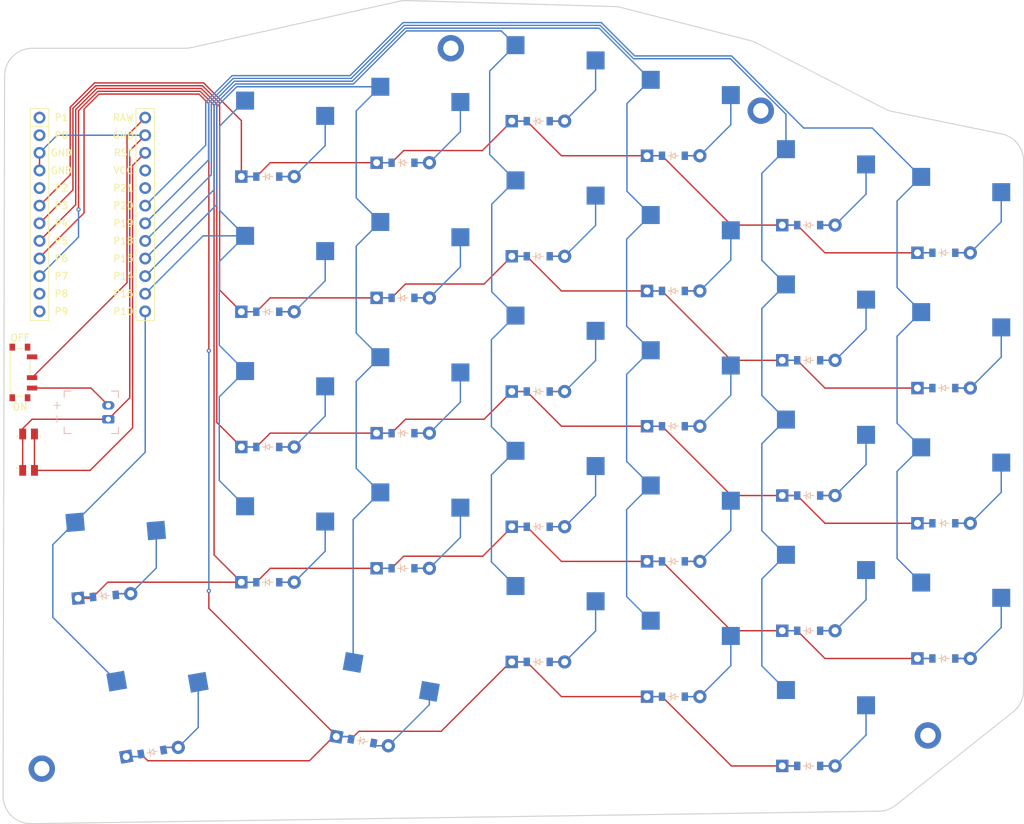
<source format=kicad_pcb>
(kicad_pcb (version 20241229) (generator "pcbnew") (generator_version "9.0")
  (title_block (title "right") (date "2025-06-02") (rev "v1.0.0") (company "Unknown"))
  (layers (0 "F.Cu" signal) (2 "B.Cu" signal) (13 "F.Paste" user) (15 "B.Paste" user) (5 "F.SilkS" user "F.Silkscreen") (7 "B.SilkS" user "B.Silkscreen") (1 "F.Mask" user) (3 "B.Mask" user) (25 "Edge.Cuts" user))
  (net 0 "")
  (net 1 "P20")
  (net 2 "mirror_outer_row0")
  (net 3 "mirror_outer_row1")
  (net 4 "mirror_outer_row2")
  (net 5 "mirror_outer_row3")
  (net 6 "P19")
  (net 7 "mirror_pinky_arrow")
  (net 8 "mirror_pinky_row0")
  (net 9 "mirror_pinky_row1")
  (net 10 "mirror_pinky_row2")
  (net 11 "mirror_pinky_row3")
  (net 12 "P18")
  (net 13 "mirror_ring_arrow")
  (net 14 "mirror_ring_row0")
  (net 15 "mirror_ring_row1")
  (net 16 "mirror_ring_row2")
  (net 17 "mirror_ring_row3")
  (net 18 "P15")
  (net 19 "mirror_middle_arrow")
  (net 20 "mirror_middle_row0")
  (net 21 "mirror_middle_row1")
  (net 22 "mirror_middle_row2")
  (net 23 "mirror_middle_row3")
  (net 24 "P14")
  (net 25 "mirror_index_row0")
  (net 26 "mirror_index_row1")
  (net 27 "mirror_index_row2")
  (net 28 "mirror_index_row3")
  (net 29 "P16")
  (net 30 "mirror_inner_row0")
  (net 31 "mirror_inner_row1")
  (net 32 "mirror_inner_row2")
  (net 33 "mirror_inner_row3")
  (net 34 "mirror_near_thumbs")
  (net 35 "P10")
  (net 36 "mirror_long_thumbs")
  (net 37 "mirror_one_bracket")
  (net 38 "P7")
  (net 39 "P5")
  (net 40 "P4")
  (net 41 "P3")
  (net 42 "P6")
  (net 43 "RAW")
  (net 44 "GND")
  (net 45 "RST")
  (net 46 "VCC")
  (net 47 "P21")
  (net 48 "P1")
  (net 49 "P0")
  (net 50 "P2")
  (net 51 "P8")
  (net 52 "P9")
  (net 53 "BAT_P")
  (footprint "ComboDiode" (layer "F.Cu") (at 325.5 181.5)
    (property "Reference" "D6" (hide yes))
    (property "Value" "" (hide yes))
  )
  (footprint "PG1350" (layer "F.Cu") (at 306 108)
    (property "Reference" "S14" (hide yes))
    (property "Value" "" (hide yes))
  )
  (footprint "PG1350" (layer "F.Cu") (at 286.5 181)
    (property "Reference" "S15" (hide yes))
    (property "Value" "" (hide yes))
  )
  (footprint "ComboDiode" (layer "F.Cu") (at 345 146.5)
    (property "Reference" "D3" (hide yes))
    (property "Value" "" (hide yes))
  )
  (footprint "PG1350" (layer "F.Cu") (at 306 166.5)
    (property "Reference" "S11" (hide yes))
    (property "Value" "" (hide yes))
  )
  (footprint "ComboDiode" (layer "F.Cu") (at 286.5 108)
    (property "Reference" "D19" (hide yes))
    (property "Value" "" (hide yes))
  )
  (footprint "PG1350" (layer "F.Cu") (at 306 127.5)
    (property "Reference" "S13" (hide yes))
    (property "Value" "" (hide yes))
  )
  (footprint "PG1350" (layer "F.Cu") (at 306 147)
    (property "Reference" "S12" (hide yes))
    (property "Value" "" (hide yes))
  )
  (footprint "ceoloide:reset_switch_smd_side" (layer "F.Cu") (at 213 155.75 90)
    (property "Reference" "RST1" (hide yes))
    (property "Value" "")
  )
  (footprint "PG1350" (layer "F.Cu") (at 267 109)
    (property "Reference" "S23" (hide yes))
    (property "Value" "" (hide yes))
  )
  (footprint "ceoloide:mounting_hole_plated" (layer "F.Cu") (at 342.7 196.6)
    (property "Reference" "H1" (hide yes))
    (property "Value" "")
  )
  (footprint "ComboDiode" (layer "F.Cu") (at 286.5 147)
    (property "Reference" "D17" (hide yes))
    (property "Value" "" (hide yes))
  )
  (footprint "PG1350" (layer "F.Cu") (at 286.5 161.5)
    (property "Reference" "S16" (hide yes))
    (property "Value" "" (hide yes))
  )
  (footprint "PG1350" (layer "F.Cu") (at 223.5 171.5 5)
    (property "Reference" "S30" (hide yes))
    (property "Value" "" (hide yes))
  )
  (footprint "PG1350" (layer "F.Cu") (at 306 186)
    (property "Reference" "S10" (hide yes))
    (property "Value" "" (hide yes))
  )
  (footprint "ceoloide:power_switch_smd_side" (layer "F.Cu") (at 211.775 144.25 180)
    (property "Reference" "PWR1" (hide yes))
    (property "Value" "")
  )
  (footprint "ComboDiode" (layer "F.Cu") (at 286.5 186)
    (property "Reference" "D15" (hide yes))
    (property "Value" "" (hide yes))
  )
  (footprint "PG1350" (layer "F.Cu") (at 345 122)
    (property "Reference" "S4" (hide yes))
    (property "Value" "" (hide yes))
  )
  (footprint "PG1350" (layer "F.Cu") (at 267 148)
    (property "Reference" "S21" (hide yes))
    (property "Value" "" (hide yes))
  )
  (footprint "ComboDiode" (layer "F.Cu") (at 325.5 201)
    (property "Reference" "D5" (hide yes))
    (property "Value" "" (hide yes))
  )
  (footprint "PG1350" (layer "F.Cu") (at 247.5 169.5)
    (property "Reference" "S24" (hide yes))
    (property "Value" "" (hide yes))
  )
  (footprint "PG1350" (layer "F.Cu") (at 286.5 103)
    (property "Reference" "S19" (hide yes))
    (property "Value" "" (hide yes))
  )
  (footprint "ceoloide:mounting_hole_plated" (layer "F.Cu") (at 273.9 97.5)
    (property "Reference" "H4" (hide yes))
    (property "Value" "")
  )
  (footprint "ComboDiode" (layer "F.Cu") (at 223.935779 176.480974 5)
    (property "Reference" "D30" (hide yes))
    (property "Value" "" (hide yes))
  )
  (footprint "PG1350" (layer "F.Cu") (at 345 161)
    (property "Reference" "S2" (hide yes))
    (property "Value" "" (hide yes))
  )
  (footprint "PG1350" (layer "F.Cu") (at 267 128.5)
    (property "Reference" "S22" (hide yes))
    (property "Value" "" (hide yes))
  )
  (footprint "PG1350" (layer "F.Cu") (at 229.967612 194.062834 10)
    (property "Reference" "S29" (hide yes))
    (property "Value" "" (hide yes))
  )
  (footprint "PG1350" (layer "F.Cu") (at 247.5 130.5)
    (property "Reference" "S26" (hide yes))
    (property "Value" "" (hide yes))
  )
  (footprint "PG1350" (layer "F.Cu") (at 345 141.5)
    (property "Reference" "S3" (hide yes))
    (property "Value" "" (hide yes))
  )
  (footprint "PG1350" (layer "F.Cu") (at 286.5 142)
    (property "Reference" "S17" (hide yes))
    (property "Value" "" (hide yes))
  )
  (footprint "ComboDiode" (layer "F.Cu") (at 325.5 142.5)
    (property "Reference" "D8" (hide yes))
    (property "Value" "" (hide yes))
  )
  (footprint "PG1350" (layer "F.Cu") (at 325.5 176.5)
    (property "Reference" "S6" (hide yes))
    (property "Value" "" (hide yes))
  )
  (footprint "ComboDiode" (layer "F.Cu") (at 306 171.5)
    (property "Reference" "D11" (hide yes))
    (property "Value" "" (hide yes))
  )
  (footprint "PG1350" (layer "F.Cu") (at 262 192.5 -10)
    (property "Reference" "S28" (hide yes))
    (property "Value" "" (hide yes))
  )
  (footprint "ComboDiode" (layer "F.Cu") (at 267 133.5)
    (property "Reference" "D22" (hide yes))
    (property "Value" "" (hide yes))
  )
  (footprint "ceoloide:mcu_nice_nano" (layer "F.Cu") (at 222.2 120.2)
    (property "Reference" "MCU1" (hide yes))
    (property "Value" "")
  )
  (footprint "ComboDiode" (layer "F.Cu") (at 325.5 123)
    (property "Reference" "D9" (hide yes))
    (property "Value" "" (hide yes))
  )
  (footprint "ComboDiode" (layer "F.Cu") (at 345 166)
    (property "Reference" "D2" (hide yes))
    (property "Value" "" (hide yes))
  )
  (footprint "ComboDiode" (layer "F.Cu") (at 230.835853 198.986872 10)
    (property "Reference" "D29" (hide yes))
    (property "Value" "" (hide yes))
  )
  (footprint "ceoloide:mounting_hole_plated" (layer "F.Cu") (at 214.910988 201.388685 10)
    (property "Reference" "H3" (hide yes))
    (property "Value" "")
  )
  (footprint "ComboDiode" (layer "F.Cu") (at 345 185.5)
    (property "Reference" "D1" (hide yes))
    (property "Value" "" (hide yes))
  )
  (footprint "ComboDiode" (layer "F.Cu") (at 261.131759 197.424039 -10)
    (property "Reference" "D28" (hide yes))
    (property "Value" "" (hide yes))
  )
  (footprint "ComboDiode" (layer "F.Cu") (at 267 153)
    (property "Reference" "D21" (hide yes))
    (property "Value" "" (hide yes))
  )
  (footprint "ComboDiode" (layer "F.Cu") (at 247.5 155)
    (property "Reference" "D25" (hide yes))
    (property "Value" "" (hide yes))
  )
  (footprint "PG1350" (layer "F.Cu") (at 325.5 157)
    (property "Reference" "S7" (hide yes))
    (property "Value" "" (hide yes))
  )
  (footprint "ComboDiode" (layer "F.Cu") (at 267 114)
    (property "Reference" "D23" (hide yes))
    (property "Value" "" (hide yes))
  )
  (footprint "PG1350" (layer "F.Cu") (at 286.5 122.5)
    (property "Reference" "S18" (hide yes))
    (property "Value" "" (hide yes))
  )
  (footprint "PG1350" (layer "F.Cu") (at 325.5 137.5)
    (property "Reference" "S8" (hide yes))
    (property "Value" "" (hide yes))
  )
  (footprint "PG1350" (layer "F.Cu") (at 247.5 150)
    (property "Reference" "S25" (hide yes))
    (property "Value" "" (hide yes))
  )
  (footprint "ComboDiode" (layer "F.Cu") (at 325.5 162)
    (property "Reference" "D7" (hide yes))
    (property "Value" "" (hide yes))
  )
  (footprint "PG1350" (layer "F.Cu") (at 325.5 118)
    (property "Reference" "S9" (hide yes))
    (property "Value" "" (hide yes))
  )
  (footprint "PG1350" (layer "F.Cu") (at 247.5 111)
    (property "Reference" "S27" (hide yes))
    (property "Value" "" (hide yes))
  )
  (footprint "ComboDiode" (layer "F.Cu") (at 247.5 116)
    (property "Reference" "D27" (hide yes))
    (property "Value" "" (hide yes))
  )
  (footprint "ceoloide:mounting_hole_plated" (layer "F.Cu") (at 318.6 106.5)
    (property "Reference" "H2" (hide yes))
    (property "Value" "")
  )
  (footprint "PG1350" (layer "F.Cu") (at 325.5 196)
    (property "Reference" "S5" (hide yes))
    (property "Value" "" (hide yes))
  )
  (footprint "ComboDiode" (layer "F.Cu") (at 286.5 127.5)
    (property "Reference" "D18" (hide yes))
    (property "Value" "" (hide yes))
  )
  (footprint "ComboDiode" (layer "F.Cu") (at 247.5 174.5)
    (property "Reference" "D24" (hide yes))
    (property "Value" "" (hide yes))
  )
  (footprint "ComboDiode" (layer "F.Cu") (at 247.5 135.5)
    (property "Reference" "D26" (hide yes))
    (property "Value" "" (hide yes))
  )
  (footprint "ComboDiode" (layer "F.Cu") (at 306 191)
    (property "Reference" "D10" (hide yes))
    (property "Value" "" (hide yes))
  )
  (footprint "ComboDiode" (layer "F.Cu") (at 306 132.5)
    (property "Reference" "D13" (hide yes))
    (property "Value" "" (hide yes))
  )
  (footprint "ComboDiode" (layer "F.Cu") (at 345 127)
    (property "Reference" "D4" (hide yes))
    (property "Value" "" (hide yes))
  )
  (footprint "ComboDiode" (layer "F.Cu") (at 306 113)
    (property "Reference" "D14" (hide yes))
    (property "Value" "" (hide yes))
  )
  (footprint "PG1350" (layer "F.Cu") (at 345 180.5)
    (property "Reference" "S1" (hide yes))
    (property "Value" "" (hide yes))
  )
  (footprint "ComboDiode" (layer "F.Cu") (at 306 152)
    (property "Reference" "D12" (hide yes))
    (property "Value" "" (hide yes))
  )
  (footprint "ComboDiode" (layer "F.Cu") (at 286.5 166.5)
    (property "Reference" "D16" (hide yes))
    (property "Value" "" (hide yes))
  )
  (footprint "PG1350" (layer "F.Cu") (at 267 167.5)
    (property "Reference" "S20" (hide yes))
    (property "Value" "" (hide yes))
  )
  (footprint "ComboDiode" (layer "F.Cu") (at 267 172.5)
    (property "Reference" "D20" (hide yes))
    (property "Value" "" (hide yes))
  )
  (footprint "ceoloide:battery_connector_jst_ph_2" (layer "B.Cu") (at 224.5 150 -90)
    (property "Reference" "JST1" (hide yes))
    (property "Value" "")
  )
  (gr_line (start 317.066474 96.388839) (end 298.43182 91.610723) (stroke (width 0.15)) (layer "Edge.Cuts"))
  (gr_line (start 235.56022 97.5) (end 213.541571 97.5) (stroke (width 0.15)) (layer "Edge.Cuts"))
  (gr_line (start 356.5 190.069777) (end 356.5 113.762775) (stroke (width 0.15)) (layer "Edge.Cuts"))
  (gr_line (start 266.513283 90.708334) (end 236.429275 97.404452) (stroke (width 0.15)) (layer "Edge.Cuts"))
  (gr_line (start 213.381511 209.322077) (end 335.637044 207.520089) (stroke (width 0.15)) (layer "Edge.Cuts"))
  (gr_line (start 297.554398 91.487063) (end 267.498418 90.61447) (stroke (width 0.15)) (layer "Edge.Cuts"))
  (gr_arc (start 353.303776 109.844364) (mid 355.599615 111.234444) (end 356.5 113.762775) (stroke (width 0.15)) (layer "Edge.Cuts"))
  (gr_line (start 209.54158 101.491562) (end 209.322569 205.314074) (stroke (width 0.15)) (layer "Edge.Cuts"))
  (gr_arc (start 266.513283 90.708334) (mid 267.002937 90.630823) (end 267.498418 90.61447) (stroke (width 0.15)) (layer "Edge.Cuts"))
  (gr_arc (start 213.381511 209.322077) (mid 210.512071 208.168728) (end 209.322569 205.314074) (stroke (width 0.15)) (layer "Edge.Cuts"))
  (gr_arc (start 356.5 190.069777) (mid 356.102501 191.808187) (end 354.988976 193.20107) (stroke (width 0.15)) (layer "Edge.Cuts"))
  (gr_arc (start 317.066474 96.388839) (mid 317.491151 96.523338) (end 317.898238 96.704225) (stroke (width 0.15)) (layer "Edge.Cuts"))
  (gr_arc (start 209.54158 101.491562) (mid 210.716127 98.668581) (end 213.541571 97.5) (stroke (width 0.15)) (layer "Edge.Cuts"))
  (gr_arc (start 297.554398 91.487063) (mid 297.996543 91.524524) (end 298.43182 91.610723) (stroke (width 0.15)) (layer "Edge.Cuts"))
  (gr_arc (start 337.535276 106.6098) (mid 337.012321 106.464956) (end 336.513786 106.250659) (stroke (width 0.15)) (layer "Edge.Cuts"))
  (gr_arc (start 236.429275 97.404452) (mid 235.997366 97.476044) (end 235.56022 97.5) (stroke (width 0.15)) (layer "Edge.Cuts"))
  (gr_line (start 336.513786 106.250659) (end 317.898238 96.704225) (stroke (width 0.15)) (layer "Edge.Cuts"))
  (gr_line (start 353.303776 109.844364) (end 337.535276 106.6098) (stroke (width 0.15)) (layer "Edge.Cuts"))
  (gr_line (start 338.067069 206.651817) (end 354.988976 193.20107) (stroke (width 0.15)) (layer "Edge.Cuts"))
  (gr_arc (start 338.067069 206.651817) (mid 336.923996 207.287286) (end 335.637044 207.520089) (stroke (width 0.15)) (layer "Edge.Cuts"))
  (segment (start 242.3527 101.446) (end 238.547 105.2517) (width 0.2) (layer "B.Cu") (net 1))
  (segment (start 267.0017 93.797) (end 259.3527 101.446) (width 0.2) (layer "B.Cu") (net 1))
  (segment (start 341.725 135.475) (end 341.725 135.55) (width 0.2) (layer "B.Cu") (net 1))
  (segment (start 300.41215 98.60295) (end 295.6062 93.797) (width 0.2) (layer "B.Cu") (net 1))
  (segment (start 238.547 111.473) (end 229.82 120.2) (width 0.2) (layer "B.Cu") (net 1))
  (segment (start 341.725 155.05) (end 338.25 158.525) (width 0.2) (layer "B.Cu") (net 1))
  (segment (start 338.25 139.025) (end 338.25 151.575) (width 0.2) (layer "B.Cu") (net 1))
  (segment (start 338.25 132) (end 341.725 135.475) (width 0.2) (layer "B.Cu") (net 1))
  (segment (start 314.382735 98.60295) (end 300.41215 98.60295) (width 0.2) (layer "B.Cu") (net 1))
  (segment (start 238.547 105.2517) (end 238.547 111.473) (width 0.2) (layer "B.Cu") (net 1))
  (segment (start 341.725 135.55) (end 338.25 139.025) (width 0.2) (layer "B.Cu") (net 1))
  (segment (start 259.3527 101.446) (end 242.3527 101.446) (width 0.2) (layer "B.Cu") (net 1))
  (segment (start 341.725 116.05) (end 338.25 119.525) (width 0.2) (layer "B.Cu") (net 1))
  (segment (start 341.725 116.05) (end 334.675 109) (width 0.2) (layer "B.Cu") (net 1))
  (segment (start 334.675 109) (end 324.779785 109) (width 0.2) (layer "B.Cu") (net 1))
  (segment (start 338.25 119.525) (end 338.25 132) (width 0.2) (layer "B.Cu") (net 1))
  (segment (start 338.25 158.525) (end 338.25 171.075) (width 0.2) (layer "B.Cu") (net 1))
  (segment (start 338.25 171.075) (end 341.725 174.55) (width 0.2) (layer "B.Cu") (net 1))
  (segment (start 295.6062 93.797) (end 267.0017 93.797) (width 0.2) (layer "B.Cu") (net 1))
  (segment (start 324.779785 109) (end 314.382735 98.60295) (width 0.2) (layer "B.Cu") (net 1))
  (segment (start 338.25 151.575) (end 341.725 155.05) (width 0.2) (layer "B.Cu") (net 1))
  (segment (start 348.81 185.5) (end 346.65 185.5) (width 0.2) (layer "F.Cu") (net 2))
  (segment (start 348.81 185.5) (end 346.65 185.5) (width 0.2) (layer "B.Cu") (net 2))
  (segment (start 353.275 181.035) (end 348.81 185.5) (width 0.2) (layer "B.Cu") (net 2))
  (segment (start 353.275 176.75) (end 353.275 181.035) (width 0.2) (layer "B.Cu") (net 2))
  (segment (start 348.81 166) (end 346.65 166) (width 0.2) (layer "F.Cu") (net 3))
  (segment (start 353.275 157.25) (end 353.275 161.535) (width 0.2) (layer "B.Cu") (net 3))
  (segment (start 353.275 161.535) (end 348.81 166) (width 0.2) (layer "B.Cu") (net 3))
  (segment (start 348.81 166) (end 346.65 166) (width 0.2) (layer "B.Cu") (net 3))
  (segment (start 348.81 146.5) (end 346.65 146.5) (width 0.2) (layer "F.Cu") (net 4))
  (segment (start 353.275 137.75) (end 353.275 142.035) (width 0.2) (layer "B.Cu") (net 4))
  (segment (start 353.275 142.035) (end 348.81 146.5) (width 0.2) (layer "B.Cu") (net 4))
  (segment (start 348.81 146.5) (end 346.65 146.5) (width 0.2) (layer "B.Cu") (net 4))
  (segment (start 346.65 127) (end 348.81 127) (width 0.2) (layer "F.Cu") (net 5))
  (segment (start 348.81 127) (end 346.65 127) (width 0.2) (layer "B.Cu") (net 5))
  (segment (start 353.275 118.25) (end 353.275 122.535) (width 0.2) (layer "B.Cu") (net 5))
  (segment (start 353.275 122.535) (end 348.81 127) (width 0.2) (layer "B.Cu") (net 5))
  (segment (start 318.75 174.025) (end 318.75 186.575) (width 0.2) (layer "B.Cu") (net 6))
  (segment (start 322.225 170.55) (end 318.75 174.025) (width 0.2) (layer "B.Cu") (net 6))
  (segment (start 322.225 112.05) (end 318.75 115.525) (width 0.2) (layer "B.Cu") (net 6))
  (segment (start 314.216635 99.00395) (end 300.24605 99.00395) (width 0.2) (layer "B.Cu") (net 6))
  (segment (start 259.5188 101.847) (end 242.5188 101.847) (width 0.2) (layer "B.Cu") (net 6))
  (segment (start 322.225 107.012315) (end 314.216635 99.00395) (width 0.2) (layer "B.Cu") (net 6))
  (segment (start 318.75 154.525) (end 318.75 167.075) (width 0.2) (layer "B.Cu") (net 6))
  (segment (start 318.75 167.075) (end 322.225 170.55) (width 0.2) (layer "B.Cu") (net 6))
  (segment (start 322.225 151.05) (end 318.75 154.525) (width 0.2) (layer "B.Cu") (net 6))
  (segment (start 238.948 113.612) (end 229.82 122.74) (width 0.2) (layer "B.Cu") (net 6))
  (segment (start 318.75 128.075) (end 322.225 131.55) (width 0.2) (layer "B.Cu") (net 6))
  (segment (start 322.225 131.55) (end 318.75 135.025) (width 0.2) (layer "B.Cu") (net 6))
  (segment (start 295.4401 94.198) (end 267.1678 94.198) (width 0.2) (layer "B.Cu") (net 6))
  (segment (start 318.75 186.575) (end 322.225 190.05) (width 0.2) (layer "B.Cu") (net 6))
  (segment (start 300.24605 99.00395) (end 295.4401 94.198) (width 0.2) (layer "B.Cu") (net 6))
  (segment (start 318.75 135.025) (end 318.75 147.575) (width 0.2) (layer "B.Cu") (net 6))
  (segment (start 318.75 115.525) (end 318.75 128.075) (width 0.2) (layer "B.Cu") (net 6))
  (segment (start 267.1678 94.198) (end 259.5188 101.847) (width 0.2) (layer "B.Cu") (net 6))
  (segment (start 322.225 112.05) (end 322.225 107.012315) (width 0.2) (layer "B.Cu") (net 6))
  (segment (start 318.75 147.575) (end 322.225 151.05) (width 0.2) (layer "B.Cu") (net 6))
  (segment (start 238.948 105.4178) (end 238.948 113.612) (width 0.2) (layer "B.Cu") (net 6))
  (segment (start 242.5188 101.847) (end 238.948 105.4178) (width 0.2) (layer "B.Cu") (net 6))
  (segment (start 329.31 201) (end 327.15 201) (width 0.2) (layer "F.Cu") (net 7))
  (segment (start 333.775 192.25) (end 333.775 196.535) (width 0.2) (layer "B.Cu") (net 7))
  (segment (start 329.31 201) (end 327.15 201) (width 0.2) (layer "B.Cu") (net 7))
  (segment (start 333.775 196.535) (end 329.31 201) (width 0.2) (layer "B.Cu") (net 7))
  (segment (start 329.31 181.5) (end 327.15 181.5) (width 0.2) (layer "F.Cu") (net 8))
  (segment (start 333.775 172.75) (end 333.775 177.035) (width 0.2) (layer "B.Cu") (net 8))
  (segment (start 333.775 177.035) (end 329.31 181.5) (width 0.2) (layer "B.Cu") (net 8))
  (segment (start 329.31 181.5) (end 327.15 181.5) (width 0.2) (layer "B.Cu") (net 8))
  (segment (start 329.31 162) (end 327.15 162) (width 0.2) (layer "F.Cu") (net 9))
  (segment (start 333.775 153.25) (end 333.775 157.535) (width 0.2) (layer "B.Cu") (net 9))
  (segment (start 329.31 162) (end 327.15 162) (width 0.2) (layer "B.Cu") (net 9))
  (segment (start 333.775 157.535) (end 329.31 162) (width 0.2) (layer "B.Cu") (net 9))
  (segment (start 329.31 142.5) (end 327.15 142.5) (width 0.2) (layer "F.Cu") (net 10))
  (segment (start 333.775 133.75) (end 333.775 138.035) (width 0.2) (layer "B.Cu") (net 10))
  (segment (start 329.31 142.5) (end 327.15 142.5) (width 0.2) (layer "B.Cu") (net 10))
  (segment (start 333.775 138.035) (end 329.31 142.5) (width 0.2) (layer "B.Cu") (net 10))
  (segment (start 327.15 123) (end 329.31 123) (width 0.2) (layer "F.Cu") (net 11))
  (segment (start 333.775 114.25) (end 333.775 118.535) (width 0.2) (layer "B.Cu") (net 11))
  (segment (start 333.775 118.535) (end 329.31 123) (width 0.2) (layer "B.Cu") (net 11))
  (segment (start 329.31 123) (end 327.15 123) (width 0.2) (layer "B.Cu") (net 11))
  (segment (start 302.725 160.55) (end 299.25 164.025) (width 0.2) (layer "B.Cu") (net 12))
  (segment (start 299.2981 118.1231) (end 302.725 121.55) (width 0.2) (layer "B.Cu") (net 12))
  (segment (start 299.25 125.025) (end 299.25 137.575) (width 0.2) (layer "B.Cu") (net 12))
  (segment (start 239.349 105.5839) (end 239.349 115.751) (width 0.2) (layer "B.Cu") (net 12))
  (segment (start 299.25 176.575) (end 302.725 180.05) (width 0.2) (layer "B.Cu") (net 12))
  (segment (start 259.6849 102.248) (end 242.6849 102.248) (width 0.2) (layer "B.Cu") (net 12))
  (segment (start 239.349 115.751) (end 229.82 125.28) (width 0.2) (layer "B.Cu") (net 12))
  (segment (start 302.725 141.05) (end 299.25 144.525) (width 0.2) (layer "B.Cu") (net 12))
  (segment (start 295.274 94.599) (end 267.3339 94.599) (width 0.2) (layer "B.Cu") (net 12))
  (segment (start 299.25 157.075) (end 302.725 160.55) (width 0.2) (layer "B.Cu") (net 12))
  (segment (start 299.25 144.525) (end 299.25 157.075) (width 0.2) (layer "B.Cu") (net 12))
  (segment (start 299.25 164.025) (end 299.25 176.575) (width 0.2) (layer "B.Cu") (net 12))
  (segment (start 299.2981 105.4769) (end 299.2981 118.1231) (width 0.2) (layer "B.Cu") (net 12))
  (segment (start 302.725 102.05) (end 299.2981 105.4769) (width 0.2) (layer "B.Cu") (net 12))
  (segment (start 299.25 137.575) (end 302.725 141.05) (width 0.2) (layer "B.Cu") (net 12))
  (segment (start 302.725 102.05) (end 295.274 94.599) (width 0.2) (layer "B.Cu") (net 12))
  (segment (start 302.725 121.55) (end 299.25 125.025) (width 0.2) (layer "B.Cu") (net 12))
  (segment (start 267.3339 94.599) (end 259.6849 102.248) (width 0.2) (layer "B.Cu") (net 12))
  (segment (start 242.6849 102.248) (end 239.349 105.5839) (width 0.2) (layer "B.Cu") (net 12))
  (segment (start 309.81 191) (end 307.65 191) (width 0.2) (layer "F.Cu") (net 13))
  (segment (start 314.275 186.535) (end 309.81 191) (width 0.2) (layer "B.Cu") (net 13))
  (segment (start 314.275 182.25) (end 314.275 186.535) (width 0.2) (layer "B.Cu") (net 13))
  (segment (start 309.81 191) (end 307.65 191) (width 0.2) (layer "B.Cu") (net 13))
  (segment (start 309.81 171.5) (end 307.65 171.5) (width 0.2) (layer "F.Cu") (net 14))
  (segment (start 314.275 162.75) (end 314.275 167.035) (width 0.2) (layer "B.Cu") (net 14))
  (segment (start 309.81 171.5) (end 307.65 171.5) (width 0.2) (layer "B.Cu") (net 14))
  (segment (start 314.275 167.035) (end 309.81 171.5) (width 0.2) (layer "B.Cu") (net 14))
  (segment (start 309.81 152) (end 307.65 152) (width 0.2) (layer "F.Cu") (net 15))
  (segment (start 309.81 152) (end 307.65 152) (width 0.2) (layer "B.Cu") (net 15))
  (segment (start 314.275 147.535) (end 309.81 152) (width 0.2) (layer "B.Cu") (net 15))
  (segment (start 314.275 143.25) (end 314.275 147.535) (width 0.2) (layer "B.Cu") (net 15))
  (segment (start 309.81 132.5) (end 307.65 132.5) (width 0.2) (layer "F.Cu") (net 16))
  (segment (start 314.275 123.75) (end 314.275 128.035) (width 0.2) (layer "B.Cu") (net 16))
  (segment (start 309.81 132.5) (end 307.65 132.5) (width 0.2) (layer "B.Cu") (net 16))
  (segment (start 314.275 128.035) (end 309.81 132.5) (width 0.2) (layer "B.Cu") (net 16))
  (segment (start 307.65 113) (end 309.81 113) (width 0.2) (layer "F.Cu") (net 17))
  (segment (start 314.275 108.535) (end 309.81 113) (width 0.2) (layer "B.Cu") (net 17))
  (segment (start 309.81 113) (end 307.65 113) (width 0.2) (layer "B.Cu") (net 17))
  (segment (start 314.275 104.25) (end 314.275 108.535) (width 0.2) (layer "B.Cu") (net 17))
  (segment (start 239.75 117.89) (end 229.82 127.82) (width 0.2) (layer "B.Cu") (net 18))
  (segment (start 242.851 102.649) (end 239.75 105.75) (width 0.2) (layer "B.Cu") (net 18))
  (segment (start 279.7981 132.6231) (end 283.225 136.05) (width 0.2) (layer "B.Cu") (net 18))
  (segment (start 259.851 102.649) (end 242.851 102.649) (width 0.2) (layer "B.Cu") (net 18))
  (segment (start 279.75 159.025) (end 279.75 171.575) (width 0.2) (layer "B.Cu") (net 18))
  (segment (start 281.175 95) (end 267.5 95) (width 0.2) (layer "B.Cu") (net 18))
  (segment (start 283.225 116.55) (end 279.7981 119.9769) (width 0.2) (layer "B.Cu") (net 18))
  (segment (start 279.5 100.775) (end 279.5 112.825) (width 0.2) (layer "B.Cu") (net 18))
  (segment (start 279.5 112.825) (end 283.225 116.55) (width 0.2) (layer "B.Cu") (net 18))
  (segment (start 279.75 139.525) (end 279.75 152.075) (width 0.2) (layer "B.Cu") (net 18))
  (segment (start 283.225 136.05) (end 279.75 139.525) (width 0.2) (layer "B.Cu") (net 18))
  (segment (start 279.7981 119.9769) (end 279.7981 132.6231) (width 0.2) (layer "B.Cu") (net 18))
  (segment (start 267.5 95) (end 259.851 102.649) (width 0.2) (layer "B.Cu") (net 18))
  (segment (start 283.225 155.55) (end 279.75 159.025) (width 0.2) (layer "B.Cu") (net 18))
  (segment (start 283.225 97.05) (end 279.5 100.775) (width 0.2) (layer "B.Cu") (net 18))
  (segment (start 279.75 171.575) (end 283.225 175.05) (width 0.2) (layer "B.Cu") (net 18))
  (segment (start 283.225 97.05) (end 281.175 95) (width 0.2) (layer "B.Cu") (net 18))
  (segment (start 239.75 105.75) (end 239.75 117.89) (width 0.2) (layer "B.Cu") (net 18))
  (segment (start 279.75 152.075) (end 283.225 155.55) (width 0.2) (layer "B.Cu") (net 18))
  (segment (start 290.31 186) (end 288.15 186) (width 0.2) (layer "F.Cu") (net 19))
  (segment (start 294.775 177.25) (end 294.775 181.535) (width 0.2) (layer "B.Cu") (net 19))
  (segment (start 290.31 186) (end 288.15 186) (width 0.2) (layer "B.Cu") (net 19))
  (segment (start 294.775 181.535) (end 290.31 186) (width 0.2) (layer "B.Cu") (net 19))
  (segment (start 290.31 166.5) (end 288.15 166.5) (width 0.2) (layer "F.Cu") (net 20))
  (segment (start 294.775 162.035) (end 290.31 166.5) (width 0.2) (layer "B.Cu") (net 20))
  (segment (start 290.31 166.5) (end 288.15 166.5) (width 0.2) (layer "B.Cu") (net 20))
  (segment (start 294.775 157.75) (end 294.775 162.035) (width 0.2) (layer "B.Cu") (net 20))
  (segment (start 290.31 147) (end 288.15 147) (width 0.2) (layer "F.Cu") (net 21))
  (segment (start 290.31 147) (end 288.15 147) (width 0.2) (layer "B.Cu") (net 21))
  (segment (start 294.775 142.535) (end 290.31 147) (width 0.2) (layer "B.Cu") (net 21))
  (segment (start 294.775 138.25) (end 294.775 142.535) (width 0.2) (layer "B.Cu") (net 21))
  (segment (start 290.31 127.5) (end 288.15 127.5) (width 0.2) (layer "F.Cu") (net 22))
  (segment (start 290.31 127.5) (end 288.15 127.5) (width 0.2) (layer "B.Cu") (net 22))
  (segment (start 294.775 118.75) (end 294.775 123.035) (width 0.2) (layer "B.Cu") (net 22))
  (segment (start 294.775 123.035) (end 290.31 127.5) (width 0.2) (layer "B.Cu") (net 22))
  (segment (start 288.15 108) (end 290.31 108) (width 0.2) (layer "F.Cu") (net 23))
  (segment (start 294.775 103.535) (end 290.31 108) (width 0.2) (layer "B.Cu") (net 23))
  (segment (start 294.775 99.25) (end 294.775 103.535) (width 0.2) (layer "B.Cu") (net 23))
  (segment (start 290.31 108) (end 288.15 108) (width 0.2) (layer "B.Cu") (net 23))
  (segment (start 260.25 126.025) (end 260.25 138.575) (width 0.2) (layer "B.Cu") (net 24))
  (segment (start 240.151 105.922) (end 240.151 120.029) (width 0.2) (layer "B.Cu") (net 24))
  (segment (start 263.725 122.55) (end 260.25 126.025) (width 0.2) (layer "B.Cu") (net 24))
  (segment (start 260.25 145.525) (end 260.25 158.075) (width 0.2) (layer "B.Cu") (net 24))
  (segment (start 263.725 142.05) (end 260.25 145.525) (width 0.2) (layer "B.Cu") (net 24))
  (segment (start 260.25 106.525) (end 260.25 119.075) (width 0.2) (layer "B.Cu") (net 24))
  (segment (start 259.807961 165.467039) (end 259.807961 186.071696) (width 0.2) (layer "B.Cu") (net 24))
  (segment (start 243.023 103.05) (end 240.151 105.922) (width 0.2) (layer "B.Cu") (net 24))
  (segment (start 263.725 103.05) (end 260.25 106.525) (width 0.2) (layer "B.Cu") (net 24))
  (segment (start 260.25 138.575) (end 263.725 142.05) (width 0.2) (layer "B.Cu") (net 24))
  (segment (start 260.25 158.075) (end 263.725 161.55) (width 0.2) (layer "B.Cu") (net 24))
  (segment (start 240.151 120.029) (end 229.82 130.36) (width 0.2) (layer "B.Cu") (net 24))
  (segment (start 263.725 103.05) (end 243.023 103.05) (width 0.2) (layer "B.Cu") (net 24))
  (segment (start 263.725 161.55) (end 259.807961 165.467039) (width 0.2) (layer "B.Cu") (net 24))
  (segment (start 260.25 119.075) (end 263.725 122.55) (width 0.2) (layer "B.Cu") (net 24))
  (segment (start 270.81 172.5) (end 268.65 172.5) (width 0.2) (layer "F.Cu") (net 25))
  (segment (start 275.275 163.75) (end 275.275 168.035) (width 0.2) (layer "B.Cu") (net 25))
  (segment (start 270.81 172.5) (end 268.65 172.5) (width 0.2) (layer "B.Cu") (net 25))
  (segment (start 275.275 168.035) (end 270.81 172.5) (width 0.2) (layer "B.Cu") (net 25))
  (segment (start 270.81 153) (end 268.65 153) (width 0.2) (layer "F.Cu") (net 26))
  (segment (start 275.275 144.25) (end 275.275 148.535) (width 0.2) (layer "B.Cu") (net 26))
  (segment (start 275.275 148.535) (end 270.81 153) (width 0.2) (layer "B.Cu") (net 26))
  (segment (start 270.81 153) (end 268.65 153) (width 0.2) (layer "B.Cu") (net 26))
  (segment (start 270.81 133.5) (end 268.65 133.5) (width 0.2) (layer "F.Cu") (net 27))
  (segment (start 275.275 124.75) (end 275.275 129.035) (width 0.2) (layer "B.Cu") (net 27))
  (segment (start 275.275 129.035) (end 270.81 133.5) (width 0.2) (layer "B.Cu") (net 27))
  (segment (start 270.81 133.5) (end 268.65 133.5) (width 0.2) (layer "B.Cu") (net 27))
  (segment (start 268.65 114) (end 270.81 114) (width 0.2) (layer "F.Cu") (net 28))
  (segment (start 270.81 114) (end 268.65 114) (width 0.2) (layer "B.Cu") (net 28))
  (segment (start 275.275 105.25) (end 275.275 109.535) (width 0.2) (layer "B.Cu") (net 28))
  (segment (start 275.275 109.535) (end 270.81 114) (width 0.2) (layer "B.Cu") (net 28))
  (segment (start 240.5 159.825) (end 244.225 163.55) (width 0.2) (layer "B.Cu") (net 29))
  (segment (start 244.225 124.55) (end 240.5 128.275) (width 0.2) (layer "B.Cu") (net 29))
  (segment (start 240.5 147.775) (end 240.5 159.825) (width 0.2) (layer "B.Cu") (net 29))
  (segment (start 238.17 124.55) (end 229.82 132.9) (width 0.2) (layer "B.Cu") (net 29))
  (segment (start 240.552 120.877) (end 244.225 124.55) (width 0.2) (layer "B.Cu") (net 29))
  (segment (start 244.225 124.55) (end 238.17 124.55) (width 0.2) (layer "B.Cu") (net 29))
  (segment (start 240.5 128.275) (end 240.5 140.325) (width 0.2) (layer "B.Cu") (net 29))
  (segment (start 240.552 108.723) (end 240.552 120.877) (width 0.2) (layer "B.Cu") (net 29))
  (segment (start 244.225 144.05) (end 240.5 147.775) (width 0.2) (layer "B.Cu") (net 29))
  (segment (start 244.225 105.05) (end 240.552 108.723) (width 0.2) (layer "B.Cu") (net 29))
  (segment (start 240.5 140.325) (end 244.225 144.05) (width 0.2) (layer "B.Cu") (net 29))
  (segment (start 251.31 174.5) (end 249.15 174.5) (width 0.2) (layer "F.Cu") (net 30))
  (segment (start 255.775 170.035) (end 251.31 174.5) (width 0.2) (layer "B.Cu") (net 30))
  (segment (start 255.775 165.75) (end 255.775 170.035) (width 0.2) (layer "B.Cu") (net 30))
  (segment (start 251.31 174.5) (end 249.15 174.5) (width 0.2) (layer "B.Cu") (net 30))
  (segment (start 251.31 155) (end 249.15 155) (width 0.2) (layer "F.Cu") (net 31))
  (segment (start 255.775 150.535) (end 251.31 155) (width 0.2) (layer "B.Cu") (net 31))
  (segment (start 255.775 146.25) (end 255.775 150.535) (width 0.2) (layer "B.Cu") (net 31))
  (segment (start 251.31 155) (end 249.15 155) (width 0.2) (layer "B.Cu") (net 31))
  (segment (start 251.31 135.5) (end 249.15 135.5) (width 0.2) (layer "F.Cu") (net 32))
  (segment (start 251.31 135.5) (end 249.15 135.5) (width 0.2) (layer "B.Cu") (net 32))
  (segment (start 255.775 131.035) (end 251.31 135.5) (width 0.2) (layer "B.Cu") (net 32))
  (segment (start 255.775 126.75) (end 255.775 131.035) (width 0.2) (layer "B.Cu") (net 32))
  (segment (start 249.15 116) (end 251.31 116) (width 0.2) (layer "F.Cu") (net 33))
  (segment (start 255.775 107.25) (end 255.775 111.535) (width 0.2) (layer "B.Cu") (net 33))
  (segment (start 251.31 116) (end 249.15 116) (width 0.2) (layer "B.Cu") (net 33))
  (segment (start 255.775 111.535) (end 251.31 116) (width 0.2) (layer "B.Cu") (net 33))
  (segment (start 263.131773 198.085639) (end 262.756692 197.710558) (width 0.2) (layer "F.Cu") (net 34))
  (segment (start 264.883879 198.085639) (end 263.131773 198.085639) (width 0.2) (layer "F.Cu") (net 34))
  (segment (start 263.131773 198.085639) (end 262.756692 197.710558) (width 0.2) (layer "B.Cu") (net 34))
  (segment (start 270.800465 192.169051) (end 264.883877 198.085639) (width 0.2) (layer "B.Cu") (net 34))
  (segment (start 264.883877 198.085639) (end 263.131773 198.085639) (width 0.2) (layer "B.Cu") (net 34))
  (segment (start 270.800465 190.24391) (end 270.800465 192.169051) (width 0.2) (layer "B.Cu") (net 34))
  (segment (start 216.5 169.076963) (end 216.5 179.562766) (width 0.2) (layer "B.Cu") (net 35))
  (segment (start 216.5 179.562766) (end 225.70916 188.771926) (width 0.2) (layer "B.Cu") (net 35))
  (segment (start 219.718886 165.858077) (end 216.5 169.076963) (width 0.2) (layer "B.Cu") (net 35))
  (segment (start 219.718886 165.858077) (end 229.82 155.756963) (width 0.2) (layer "B.Cu") (net 35))
  (segment (start 229.82 155.756963) (end 229.82 135.44) (width 0.2) (layer "B.Cu") (net 35))
  (segment (start 234.587973 198.325272) (end 232.835867 198.325272) (width 0.2) (layer "F.Cu") (net 36))
  (segment (start 232.835867 198.325272) (end 232.460786 198.700353) (width 0.2) (layer "F.Cu") (net 36))
  (segment (start 234.587971 198.325272) (end 232.835867 198.325272) (width 0.2) (layer "B.Cu") (net 36))
  (segment (start 237.465715 188.932866) (end 237.465715 195.447528) (width 0.2) (layer "B.Cu") (net 36))
  (segment (start 237.465715 195.447528) (end 234.587971 198.325272) (width 0.2) (layer "B.Cu") (net 36))
  (segment (start 232.835867 198.325272) (end 232.460786 198.700353) (width 0.2) (layer "B.Cu") (net 36))
  (segment (start 225.767756 176.148911) (end 225.5795 176.337167) (width 0.2) (layer "F.Cu") (net 37))
  (segment (start 227.731281 176.148911) (end 225.767756 176.148911) (width 0.2) (layer "F.Cu") (net 37))
  (segment (start 231.416677 172.463515) (end 227.731281 176.148911) (width 0.2) (layer "B.Cu") (net 37))
  (segment (start 227.731281 176.148911) (end 225.767756 176.148911) (width 0.2) (layer "B.Cu") (net 37))
  (segment (start 231.416677 167.043056) (end 231.416677 172.463515) (width 0.2) (layer "B.Cu") (net 37))
  (segment (start 278.5 170.75) (end 282.69 166.56) (width 0.2) (layer "F.Cu") (net 38))
  (segment (start 237.7517 103.703) (end 239.75 105.7013) (width 0.2) (layer "F.Cu") (net 38))
  (segment (start 302.19 171.5) (end 304.35 171.5) (width 0.2) (layer "F.Cu") (net 38))
  (segment (start 245.85 174.5) (end 247.85 172.5) (width 0.2) (layer "F.Cu") (net 38))
  (segment (start 220.140277 176.813037) (end 222.103802 176.813037) (width 0.2) (layer "F.Cu") (net 38))
  (segment (start 314.35 181.5) (end 321.69 181.5) (width 0.2) (layer "F.Cu") (net 38))
  (segment (start 220.203 120.75) (end 220.203 106.4983) (width 0.2) (layer "F.Cu") (net 38))
  (segment (start 222.292058 176.624781) (end 224.416839 174.5) (width 0.2) (layer "F.Cu") (net 38))
  (segment (start 239.75 105.7013) (end 239.75 170.56) (width 0.2) (layer "F.Cu") (net 38))
  (segment (start 282.69 166.5) (end 284.85 166.5) (width 0.2) (layer "F.Cu") (net 38))
  (segment (start 282.69 166.56) (end 282.69 166.5) (width 0.2) (layer "F.Cu") (net 38))
  (segment (start 284.85 166.5) (end 289.85 171.5) (width 0.2) (layer "F.Cu") (net 38))
  (segment (start 304.35 171.5) (end 314.35 181.5) (width 0.2) (layer "F.Cu") (net 38))
  (segment (start 222.103802 176.813037) (end 222.292058 176.624781) (width 0.2) (layer "F.Cu") (net 38))
  (segment (start 239.75 170.56) (end 243.69 174.5) (width 0.2) (layer "F.Cu") (net 38))
  (segment (start 222.9983 103.703) (end 237.7517 103.703) (width 0.2) (layer "F.Cu") (net 38))
  (segment (start 321.69 181.5) (end 323.85 181.5) (width 0.2) (layer "F.Cu") (net 38))
  (segment (start 323.85 181.5) (end 327.85 185.5) (width 0.2) (layer "F.Cu") (net 38))
  (segment (start 267.1 170.75) (end 278.5 170.75) (width 0.2) (layer "F.Cu") (net 38))
  (segment (start 243.69 174.5) (end 245.85 174.5) (width 0.2) (layer "F.Cu") (net 38))
  (segment (start 224.416839 174.5) (end 243.69 174.5) (width 0.2) (layer "F.Cu") (net 38))
  (segment (start 289.85 171.5) (end 302.19 171.5) (width 0.2) (layer "F.Cu") (net 38))
  (segment (start 341.19 185.5) (end 343.35 185.5) (width 0.2) (layer "F.Cu") (net 38))
  (segment (start 220.203 106.4983) (end 222.9983 103.703) (width 0.2) (layer "F.Cu") (net 38))
  (segment (start 327.85 185.5) (end 341.19 185.5) (width 0.2) (layer "F.Cu") (net 38))
  (segment (start 247.85 172.5) (end 263.19 172.5) (width 0.2) (layer "F.Cu") (net 38))
  (segment (start 265.35 172.5) (end 263.19 172.5) (width 0.2) (layer "F.Cu") (net 38))
  (segment (start 265.35 172.5) (end 267.1 170.75) (width 0.2) (layer "F.Cu") (net 38))
  (via (at 220.203 120.75) (size 0.6) (drill 0.3) (layers "F.Cu" "B.Cu") (net 38))
  (segment (start 304.35 171.5) (end 302.19 171.5) (width 0.2) (layer "B.Cu") (net 38))
  (segment (start 245.85 174.5) (end 243.69 174.5) (width 0.2) (layer "B.Cu") (net 38))
  (segment (start 222.292058 176.624781) (end 220.328533 176.624781) (width 0.2) (layer "B.Cu") (net 38))
  (segment (start 265.35 172.5) (end 263.19 172.5) (width 0.2) (layer "B.Cu") (net 38))
  (segment (start 220.203 120.75) (end 220.203 124.737) (width 0.2) (layer "B.Cu") (net 38))
  (segment (start 220.328533 176.624781) (end 220.140277 176.813037) (width 0.2) (layer "B.Cu") (net 38))
  (segment (start 343.35 185.5) (end 341.19 185.5) (width 0.2) (layer "B.Cu") (net 38))
  (segment (start 220.203 124.737) (end 214.58 130.36) (width 0.2) (layer "B.Cu") (net 38))
  (segment (start 284.85 166.5) (end 282.69 166.5) (width 0.2) (layer "B.Cu") (net 38))
  (segment (start 323.85 181.5) (end 321.69 181.5) (width 0.2) (layer "B.Cu") (net 38))
  (segment (start 240.151 151.461) (end 240.151 105.5352) (width 0.2) (layer "F.Cu") (net 39))
  (segment (start 219.802 106.3322) (end 219.802 120.058) (width 0.2) (layer "F.Cu") (net 39))
  (segment (start 314.35 162) (end 321.69 162) (width 0.2) (layer "F.Cu") (net 39))
  (segment (start 247.85 153) (end 263.19 153) (width 0.2) (layer "F.Cu") (net 39))
  (segment (start 321.69 162) (end 323.85 162) (width 0.2) (layer "F.Cu") (net 39))
  (segment (start 237.9178 103.302) (end 222.8322 103.302) (width 0.2) (layer "F.Cu") (net 39))
  (segment (start 243.69 155) (end 245.85 155) (width 0.2) (layer "F.Cu") (net 39))
  (segment (start 219.802 120.058) (end 214.58 125.28) (width 0.2) (layer "F.Cu") (net 39))
  (segment (start 341.19 166) (end 343.35 166) (width 0.2) (layer "F.Cu") (net 39))
  (segment (start 222.8322 103.302) (end 219.802 106.3322) (width 0.2) (layer "F.Cu") (net 39))
  (segment (start 284.85 147) (end 289.85 152) (width 0.2) (layer "F.Cu") (net 39))
  (segment (start 323.85 162) (end 327.85 166) (width 0.2) (layer "F.Cu") (net 39))
  (segment (start 240.151 105.5352) (end 237.9178 103.302) (width 0.2) (layer "F.Cu") (net 39))
  (segment (start 265.35 153) (end 267.35 151) (width 0.2) (layer "F.Cu") (net 39))
  (segment (start 302.19 152) (end 304.35 152) (width 0.2) (layer "F.Cu") (net 39))
  (segment (start 282.69 147) (end 284.85 147) (width 0.2) (layer "F.Cu") (net 39))
  (segment (start 263.19 153) (end 265.35 153) (width 0.2) (layer "F.Cu") (net 39))
  (segment (start 245.85 155) (end 247.85 153) (width 0.2) (layer "F.Cu") (net 39))
  (segment (start 267.35 151) (end 278.69 151) (width 0.2) (layer "F.Cu") (net 39))
  (segment (start 304.35 152) (end 314.35 162) (width 0.2) (layer "F.Cu") (net 39))
  (segment (start 327.85 166) (end 341.19 166) (width 0.2) (layer "F.Cu") (net 39))
  (segment (start 289.85 152) (end 302.19 152) (width 0.2) (layer "F.Cu") (net 39))
  (segment (start 243.69 155) (end 240.151 151.461) (width 0.2) (layer "F.Cu") (net 39))
  (segment (start 278.69 151) (end 282.69 147) (width 0.2) (layer "F.Cu") (net 39))
  (segment (start 341.19 166) (end 343.35 166) (width 0.2) (layer "B.Cu") (net 39))
  (segment (start 265.35 153) (end 263.19 153) (width 0.2) (layer "B.Cu") (net 39))
  (segment (start 282.69 147) (end 284.85 147) (width 0.2) (layer "B.Cu") (net 39))
  (segment (start 321.69 162) (end 323.85 162) (width 0.2) (layer "B.Cu") (net 39))
  (segment (start 245.85 155) (end 243.69 155) (width 0.2) (layer "B.Cu") (net 39))
  (segment (start 302.19 152) (end 304.35 152) (width 0.2) (layer "B.Cu") (net 39))
  (segment (start 240.552 132.362) (end 240.552 105.3691) (width 0.2) (layer "F.Cu") (net 40))
  (segment (start 245.85 135.5) (end 243.69 135.5) (width 0.2) (layer "F.Cu") (net 40))
  (segment (start 314.35 142.5) (end 321.69 142.5) (width 0.2) (layer "F.Cu") (net 40))
  (segment (start 219.401 117.919) (end 214.58 122.74) (width 0.2) (layer "F.Cu") (net 40))
  (segment (start 267.35 131.5) (end 265.35 133.5) (width 0.2) (layer "F.Cu") (net 40))
  (segment (start 289.85 132.5) (end 302.19 132.5) (width 0.2) (layer "F.Cu") (net 40))
  (segment (start 327.85 146.5) (end 341.19 146.5) (width 0.2) (layer "F.Cu") (net 40))
  (segment (start 243.69 135.5) (end 240.552 132.362) (width 0.2) (layer "F.Cu") (net 40))
  (segment (start 284.85 127.5) (end 289.85 132.5) (width 0.2) (layer "F.Cu") (net 40))
  (segment (start 238.0839 102.901) (end 222.6661 102.901) (width 0.2) (layer "F.Cu") (net 40))
  (segment (start 302.19 132.5) (end 304.35 132.5) (width 0.2) (layer "F.Cu") (net 40))
  (segment (start 323.85 142.5) (end 327.85 146.5) (width 0.2) (layer "F.Cu") (net 40))
  (segment (start 247.85 133.5) (end 245.85 135.5) (width 0.2) (layer "F.Cu") (net 40))
  (segment (start 219.401 106.1661) (end 219.401 117.919) (width 0.2) (layer "F.Cu") (net 40))
  (segment (start 240.552 105.3691) (end 238.0839 102.901) (width 0.2) (layer "F.Cu") (net 40))
  (segment (start 222.6661 102.901) (end 219.401 106.1661) (width 0.2) (layer "F.Cu") (net 40))
  (segment (start 265.35 133.5) (end 263.19 133.5) (width 0.2) (layer "F.Cu") (net 40))
  (segment (start 278.69 131.5) (end 267.35 131.5) (width 0.2) (layer "F.Cu") (net 40))
  (segment (start 282.69 127.5) (end 278.69 131.5) (width 0.2) (layer "F.Cu") (net 40))
  (segment (start 304.35 132.5) (end 314.35 142.5) (width 0.2) (layer "F.Cu") (net 40))
  (segment (start 341.19 146.5) (end 343.35 146.5) (width 0.2) (layer "F.Cu") (net 40))
  (segment (start 282.69 127.5) (end 284.85 127.5) (width 0.2) (layer "F.Cu") (net 40))
  (segment (start 263.19 133.5) (end 247.85 133.5) (width 0.2) (layer "F.Cu") (net 40))
  (segment (start 321.69 142.5) (end 323.85 142.5) (width 0.2) (layer "F.Cu") (net 40))
  (segment (start 284.85 127.5) (end 282.69 127.5) (width 0.2) (layer "B.Cu") (net 40))
  (segment (start 343.35 146.5) (end 341.19 146.5) (width 0.2) (layer "B.Cu") (net 40))
  (segment (start 304.35 132.5) (end 302.19 132.5) (width 0.2) (layer "B.Cu") (net 40))
  (segment (start 323.85 142.5) (end 321.69 142.5) (width 0.2) (layer "B.Cu") (net 40))
  (segment (start 243.69 135.5) (end 245.85 135.5) (width 0.2) (layer "B.Cu") (net 40))
  (segment (start 263.19 133.5) (end 265.35 133.5) (width 0.2) (layer "B.Cu") (net 40))
  (segment (start 327.85 127) (end 323.85 123) (width 0.2) (layer "F.Cu") (net 41))
  (segment (start 267.1 112.25) (end 265.35 114) (width 0.2) (layer "F.Cu") (net 41))
  (segment (start 341.19 127) (end 327.85 127) (width 0.2) (layer "F.Cu") (net 41))
  (segment (start 265.35 114) (end 263.19 114) (width 0.2) (layer "F.Cu") (net 41))
  (segment (start 247.85 114) (end 245.85 116) (width 0.2) (layer "F.Cu") (net 41))
  (segment (start 323.85 123) (end 321.69 123) (width 0.2) (layer "F.Cu") (net 41))
  (segment (start 245.85 116) (end 243.69 116) (width 0.2) (layer "F.Cu") (net 41))
  (segment (start 278.44 112.25) (end 267.1 112.25) (width 0.2) (layer "F.Cu") (net 41))
  (segment (start 238.25 102.5) (end 222.5 102.5) (width 0.2) (layer "F.Cu") (net 41))
  (segment (start 219 115.78) (end 214.58 120.2) (width 0.2) (layer "F.Cu") (net 41))
  (segment (start 314.35 123) (end 304.35 113) (width 0.2) (layer "F.Cu") (net 41))
  (segment (start 302.19 113) (end 289.85 113) (width 0.2) (layer "F.Cu") (net 41))
  (segment (start 263.19 114) (end 247.85 114) (width 0.2) (layer "F.Cu") (net 41))
  (segment (start 243.69 107.94) (end 238.25 102.5) (width 0.2) (layer "F.Cu") (net 41))
  (segment (start 219 106) (end 219 115.78) (width 0.2) (layer "F.Cu") (net 41))
  (segment (start 282.69 108) (end 278.44 112.25) (width 0.2) (layer "F.Cu") (net 41))
  (segment (start 243.69 116) (end 243.69 107.94) (width 0.2) (layer "F.Cu") (net 41))
  (segment (start 289.85 113) (end 284.85 108) (width 0.2) (layer "F.Cu") (net 41))
  (segment (start 343.35 127) (end 341.19 127) (width 0.2) (layer "F.Cu") (net 41))
  (segment (start 321.69 123) (end 314.35 123) (width 0.2) (layer "F.Cu") (net 41))
  (segment (start 304.35 113) (end 302.19 113) (width 0.2) (layer "F.Cu") (net 41))
  (segment (start 222.5 102.5) (end 219 106) (width 0.2) (layer "F.Cu") (net 41))
  (segment (start 284.85 108) (end 282.69 108) (width 0.2) (layer "F.Cu") (net 41))
  (segment (start 321.69 123) (end 323.85 123) (width 0.2) (layer "B.Cu") (net 41))
  (segment (start 341.19 127) (end 343.35 127) (width 0.2) (layer "B.Cu") (net 41))
  (segment (start 302.19 113) (end 304.35 113) (width 0.2) (layer "B.Cu") (net 41))
  (segment (start 282.69 108) (end 284.85 108) (width 0.2) (layer "B.Cu") (net 41))
  (segment (start 263.19 114) (end 265.35 114) (width 0.2) (layer "B.Cu") (net 41))
  (segment (start 243.69 116) (end 245.85 116) (width 0.2) (layer "B.Cu") (net 41))
  (segment (start 314.35 201) (end 321.69 201) (width 0.2) (layer "F.Cu") (net 42))
  (segment (start 282.69 186) (end 284.85 186) (width 0.2) (layer "F.Cu") (net 42))
  (segment (start 239 105.5184) (end 237.5856 104.104) (width 0.2) (layer "F.Cu") (net 42))
  (segment (start 284.85 186) (end 289.85 191) (width 0.2) (layer "F.Cu") (net 42))
  (segment (start 256.987561 196.762439) (end 257.379641 196.762439) (width 0.2) (layer "F.Cu") (net 42))
  (segment (start 229.21092 199.273391) (end 228.835839 199.648472) (width 0.2) (layer "F.Cu") (net 42))
  (segment (start 228.835839 199.648472) (end 227.083735 199.648472) (width 0.2) (layer "F.Cu") (net 42))
  (segment (start 239 141.1191) (end 239 105.5184) (width 0.2) (layer "F.Cu") (net 42))
  (segment (start 237.5856 104.104) (end 223.1644 104.104) (width 0.2) (layer "F.Cu") (net 42))
  (segment (start 302.19 191) (end 304.35 191) (width 0.2) (layer "F.Cu") (net 42))
  (segment (start 230.187529 200.25) (end 253.5 200.25) (width 0.2) (layer "F.Cu") (net 42))
  (segment (start 214.58 127.67) (end 214.58 127.82) (width 0.2) (layer "F.Cu") (net 42))
  (segment (start 282.5 186) (end 282.69 186) (width 0.2) (layer "F.Cu") (net 42))
  (segment (start 289.85 191) (end 302.19 191) (width 0.2) (layer "F.Cu") (net 42))
  (segment (start 229.21092 199.273391) (end 230.187529 200.25) (width 0.2) (layer "F.Cu") (net 42))
  (segment (start 259.131745 196.762439) (end 259.506826 197.13752) (width 0.2) (layer "F.Cu") (net 42))
  (segment (start 239 175.75) (end 239 178.25) (width 0.2) (layer "F.Cu") (net 42))
  (segment (start 272.5 196) (end 282.5 186) (width 0.2) (layer "F.Cu") (net 42))
  (segment (start 257.37964 196.62964) (end 257.37964 196.762439) (width 0.2) (layer "F.Cu") (net 42))
  (segment (start 257.379641 196.762439) (end 259.131745 196.762439) (width 0.2) (layer "F.Cu") (net 42))
  (segment (start 321.69 201) (end 323.85 201) (width 0.2) (layer "F.Cu") (net 42))
  (segment (start 253.5 200.25) (end 256.987561 196.762439) (width 0.2) (layer "F.Cu") (net 42))
  (segment (start 259.506826 197.13752) (end 260.644346 196) (width 0.2) (layer "F.Cu") (net 42))
  (segment (start 304.35 191) (end 314.35 201) (width 0.2) (layer "F.Cu") (net 42))
  (segment (start 221 106.2684) (end 221 121.25) (width 0.2) (layer "F.Cu") (net 42))
  (segment (start 260.644346 196) (end 272.5 196) (width 0.2) (layer "F.Cu") (net 42))
  (segment (start 239 178.25) (end 257.37964 196.62964) (width 0.2) (layer "F.Cu") (net 42))
  (segment (start 223.1644 104.104) (end 221 106.2684) (width 0.2) (layer "F.Cu") (net 42))
  (segment (start 221 121.25) (end 214.58 127.67) (width 0.2) (layer "F.Cu") (net 42))
  (via (at 239 175.75) (size 0.6) (drill 0.3) (layers "F.Cu" "B.Cu") (net 42))
  (via (at 239 141.1191) (size 0.6) (drill 0.3) (layers "F.Cu" "B.Cu") (net 42))
  (segment (start 321.69 201) (end 323.85 201) (width 0.2) (layer "B.Cu") (net 42))
  (segment (start 228.835839 199.648472) (end 229.21092 199.273391) (width 0.2) (layer "B.Cu") (net 42))
  (segment (start 227.083733 199.648472) (end 228.835839 199.648472) (width 0.2) (layer "B.Cu") (net 42))
  (segment (start 302.19 191) (end 304.35 191) (width 0.2) (layer "B.Cu") (net 42))
  (segment (start 257.379639 196.762439) (end 259.131745 196.762439) (width 0.2) (layer "B.Cu") (net 42))
  (segment (start 259.131745 196.762439) (end 259.506826 197.13752) (width 0.2) (layer "B.Cu") (net 42))
  (segment (start 282.69 186) (end 284.85 186) (width 0.2) (layer "B.Cu") (net 42))
  (segment (start 239 141.1191) (end 239 175.75) (width 0.2) (layer "B.Cu") (net 42))
  (segment (start 227.198 131.312) (end 227.198 110.122) (width 0.2) (layer "F.Cu") (net 43))
  (segment (start 213.51 145) (end 227.198 131.312) (width 0.2) (layer "F.Cu") (net 43))
  (segment (start 227.198 110.122) (end 229.82 107.5) (width 0.2) (layer "F.Cu") (net 43))
  (segment (start 227.599 147.901) (end 227.599 112.261) (width 0.2) (layer "F.Cu") (net 44))
  (segment (start 227.599 112.261) (end 228.305 111.555) (width 0.2) (layer "F.Cu") (net 44))
  (segment (start 212.15 153.125) (end 212.15 158.375) (width 0.2) (layer "F.Cu") (net 44))
  (segment (start 214.58 112.58) (end 214.58 115.12) (width 0.2) (layer "F.Cu") (net 44))
  (segment (start 213.5 151) (end 212.15 152.35) (width 0.2) (layer "F.Cu") (net 44))
  (segment (start 212.15 152.35) (end 212.15 153.125) (width 0.2) (layer "F.Cu") (net 44))
  (segment (start 214.899 112.261) (end 214.58 112.58) (width 0.2) (layer "F.Cu") (net 44))
  (segment (start 224.5 151) (end 227.599 147.901) (width 0.2) (layer "F.Cu") (net 44))
  (segment (start 229.82 110.04) (end 228.305 111.555) (width 0.2) (layer "F.Cu") (net 44))
  (segment (start 224.5 151) (end 213.5 151) (width 0.2) (layer "F.Cu") (net 44))
  (segment (start 214.58 112.58) (end 217.12 110.04) (width 0.2) (layer "B.Cu") (net 44))
  (segment (start 217.12 110.04) (end 229.82 110.04) (width 0.2) (layer "B.Cu") (net 44))
  (segment (start 228 152.25) (end 228 114.4) (width 0.2) (layer "F.Cu") (net 45))
  (segment (start 213.85 153.125) (end 213.85 158.375) (width 0.2) (layer "F.Cu") (net 45))
  (segment (start 221.875 158.375) (end 228 152.25) (width 0.2) (layer "F.Cu") (net 45))
  (segment (start 228 114.4) (end 229.82 112.58) (width 0.2) (layer "F.Cu") (net 45))
  (segment (start 213.85 158.375) (end 221.875 158.375) (width 0.2) (layer "F.Cu") (net 45))
  (segment (start 213.51 146.5) (end 222 146.5) (width 0.2) (layer "F.Cu") (net 53))
  (segment (start 222 146.5) (end 224.5 149) (width 0.2) (layer "F.Cu") (net 53))
)
</source>
